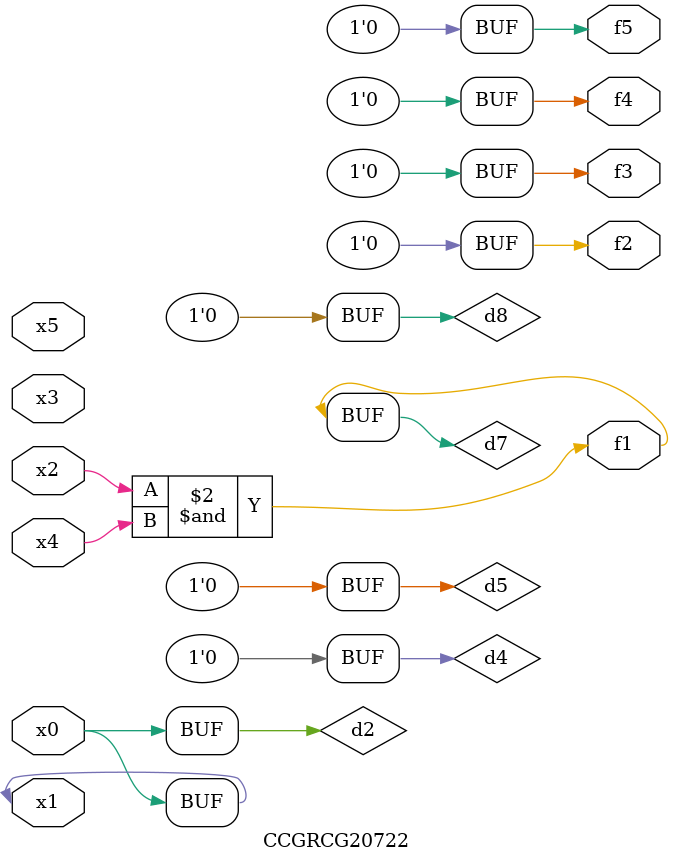
<source format=v>
module CCGRCG20722(
	input x0, x1, x2, x3, x4, x5,
	output f1, f2, f3, f4, f5
);

	wire d1, d2, d3, d4, d5, d6, d7, d8, d9;

	nand (d1, x1);
	buf (d2, x0, x1);
	nand (d3, x2, x4);
	and (d4, d1, d2);
	and (d5, d1, d2);
	nand (d6, d1, d3);
	not (d7, d3);
	xor (d8, d5);
	nor (d9, d5, d6);
	assign f1 = d7;
	assign f2 = d8;
	assign f3 = d8;
	assign f4 = d8;
	assign f5 = d8;
endmodule

</source>
